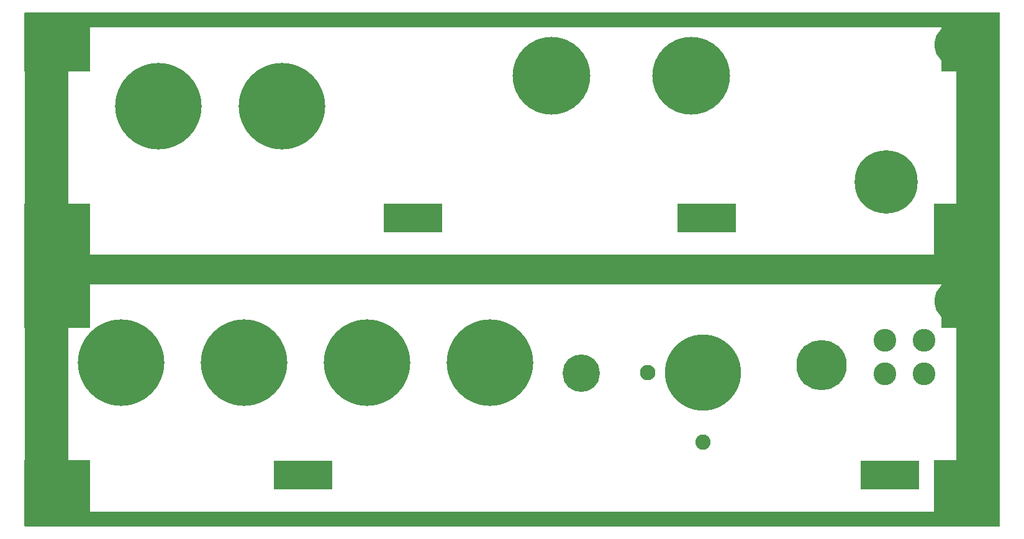
<source format=gbs>
G75*
%MOIN*%
%OFA0B0*%
%FSLAX25Y25*%
%IPPOS*%
%LPD*%
%AMOC8*
5,1,8,0,0,1.08239X$1,22.5*
%
%ADD10C,0.46463*%
%ADD11C,0.20085*%
%ADD12C,0.26975*%
%ADD13C,0.12211*%
%ADD14C,0.41739*%
%ADD15C,0.33865*%
%ADD16R,0.23622X1.37795*%
%ADD17R,0.35433X0.35433*%
%ADD18R,0.35433X0.31496*%
%ADD19R,0.31496X0.31496*%
%ADD20R,0.31496X0.15748*%
%ADD21R,5.23622X0.07874*%
%ADD22C,0.40951*%
%ADD23C,0.08195*%
%ADD24C,0.08274*%
%ADD25C,0.22054*%
D10*
X0077892Y0101028D03*
X0143892Y0101028D03*
X0209892Y0101028D03*
X0275892Y0101028D03*
X0164392Y0238823D03*
X0097892Y0238823D03*
D11*
X0324900Y0095319D03*
D12*
X0453837Y0099846D03*
D13*
X0487892Y0095161D03*
X0508892Y0095161D03*
X0508892Y0113154D03*
X0487892Y0113154D03*
D14*
X0383892Y0255043D03*
X0308892Y0255043D03*
D15*
X0488656Y0197957D03*
D16*
X0537892Y0220004D03*
X0537892Y0082209D03*
X0037892Y0082209D03*
X0037892Y0220004D03*
D17*
X0043798Y0031028D03*
X0043798Y0168823D03*
X0531987Y0168823D03*
X0531987Y0031028D03*
D18*
X0043798Y0135358D03*
X0043798Y0273154D03*
D19*
X0533955Y0273154D03*
X0533955Y0135358D03*
D20*
X0392223Y0178665D03*
X0234743Y0178665D03*
X0175688Y0040870D03*
X0490648Y0040870D03*
D21*
X0287892Y0017248D03*
X0287892Y0147169D03*
X0287892Y0155043D03*
X0287892Y0284965D03*
D22*
X0390262Y0095909D03*
D23*
X0390262Y0058390D03*
D24*
X0360648Y0095909D03*
D25*
X0525770Y0134020D03*
X0525770Y0173429D03*
X0525770Y0271815D03*
X0525770Y0035634D03*
X0049392Y0035634D03*
X0049392Y0134020D03*
X0049392Y0173429D03*
X0049392Y0271815D03*
M02*

</source>
